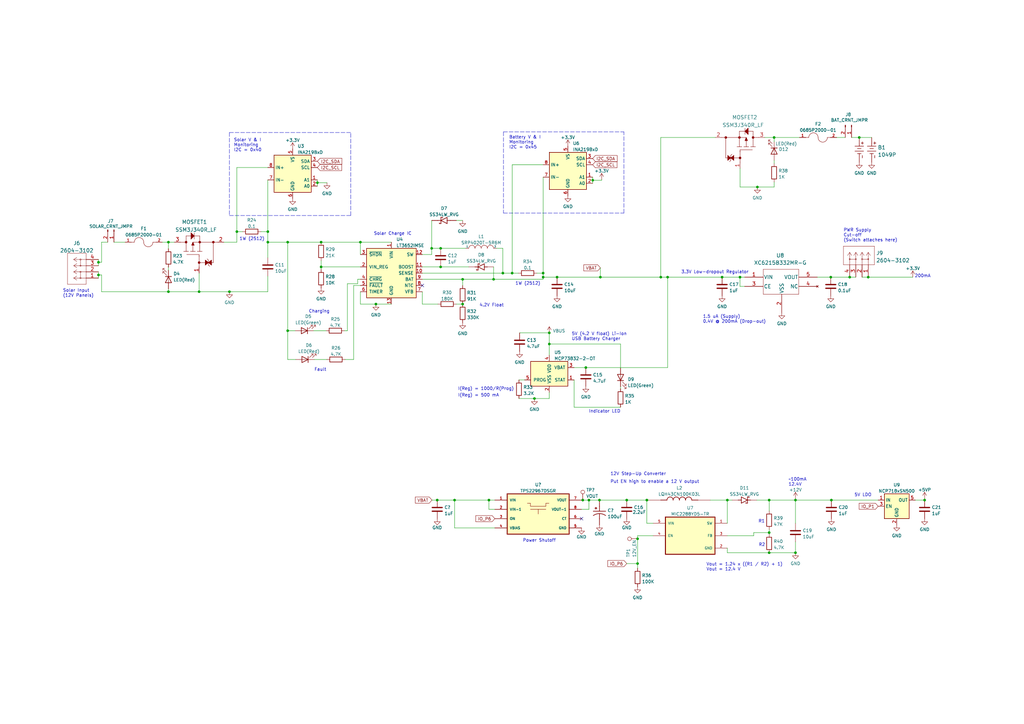
<source format=kicad_sch>
(kicad_sch (version 20211123) (generator eeschema)
  (paper "A3")
  (junction (at 352.425 56.388))
  (junction (at 261.493 231.14))
  (junction (at 315.468 226.695))
  (junction (at 273.812 113.665))
  (junction (at 326.263 226.695))
  (junction (at 303.5046 113.665))
  (junction (at 379.222 205.105))
  (junction (at 189.738 124.714))
  (junction (at 348.488 113.665))
  (junction (at 69.088 99.314))
  (junction (at 315.468 218.44))
  (junction (at 109.855 94.996))
  (junction (at 315.468 205.105))
  (junction (at 239.014 205.105))
  (junction (at 298.323 205.105))
  (junction (at 222.758 112.014))
  (junction (at 222.758 113.665))
  (junction (at 180.721 101.854))
  (junction (at 265.303 205.105))
  (junction (at 271.018 113.665))
  (junction (at 40.386 112.776))
  (junction (at 69.088 119.634))
  (junction (at 245.872 205.105))
  (junction (at 94.107 119.634))
  (junction (at 131.699 99.314))
  (junction (at 117.983 99.314))
  (junction (at 225.298 141.097))
  (junction (at 225.298 136.525))
  (junction (at 154.178 124.714))
  (junction (at 206.248 112.014))
  (junction (at 200.533 205.105))
  (junction (at 326.263 205.105))
  (junction (at 340.995 205.105))
  (junction (at 340.741 113.665))
  (junction (at 130.175 74.93))
  (junction (at 186.436 205.105))
  (junction (at 310.642 76.708))
  (junction (at 177.038 101.854))
  (junction (at 109.855 99.314))
  (junction (at 202.438 114.554))
  (junction (at 40.386 107.569))
  (junction (at 81.661 119.634))
  (junction (at 180.721 109.474))
  (junction (at 257.048 205.105))
  (junction (at 219.202 163.449))
  (junction (at 189.738 114.554))
  (junction (at 240.284 150.749))
  (junction (at 97.155 94.996))
  (junction (at 296.164 113.665))
  (junction (at 210.058 112.014))
  (junction (at 131.699 109.474))
  (junction (at 261.493 220.98))
  (junction (at 147.828 99.314))
  (junction (at 241.554 205.105))
  (junction (at 243.078 73.914))
  (junction (at 179.324 205.105))
  (junction (at 246.253 113.665))
  (junction (at 317.5 56.388))
  (junction (at 228.473 113.665))
  (junction (at 117.983 135.636))
  (junction (at 356.108 113.665))
  (no_connect (at 238.506 212.725))
  (no_connect (at 173.228 117.094))
  (wire (pts (xy 40.386 106.426) (xy 40.386 107.569)))
  (wire (pts (xy 315.468 205.105) (xy 315.468 209.55)))
  (wire (pts (xy 142.494 116.332) (xy 142.494 135.636)))
  (wire (pts (xy 309.118 219.71) (xy 309.118 218.44)))
  (wire (pts (xy 222.758 72.644) (xy 222.758 112.014)))
  (wire (pts (xy 173.228 119.634) (xy 173.228 124.714)))
  (wire (pts (xy 180.721 101.854) (xy 191.008 101.854)))
  (wire (pts (xy 303.5046 117.475) (xy 303.5046 113.665)))
  (wire (pts (xy 240.284 150.749) (xy 273.812 150.749)))
  (wire (pts (xy 109.855 99.314) (xy 117.983 99.314)))
  (wire (pts (xy 91.821 99.314) (xy 97.155 99.314)))
  (wire (pts (xy 117.983 99.314) (xy 117.983 135.636)))
  (wire (pts (xy 212.852 163.449) (xy 219.202 163.449)))
  (wire (pts (xy 202.946 208.915) (xy 200.533 208.915)))
  (wire (pts (xy 273.812 113.665) (xy 273.812 150.749)))
  (wire (pts (xy 41.656 119.634) (xy 69.088 119.634)))
  (wire (pts (xy 271.018 113.665) (xy 273.812 113.665)))
  (wire (pts (xy 202.438 109.474) (xy 202.438 114.554)))
  (wire (pts (xy 261.493 220.98) (xy 261.493 231.14)))
  (wire (pts (xy 225.298 141.097) (xy 254.508 141.097)))
  (wire (pts (xy 121.285 147.447) (xy 117.983 147.447)))
  (wire (pts (xy 265.938 205.105) (xy 265.303 205.105)))
  (wire (pts (xy 128.651 135.636) (xy 133.731 135.636)))
  (wire (pts (xy 202.438 114.554) (xy 222.758 114.554)))
  (wire (pts (xy 235.458 167.005) (xy 254.508 167.005)))
  (wire (pts (xy 310.642 76.708) (xy 317.5 76.708)))
  (wire (pts (xy 349.25 56.388) (xy 352.425 56.388)))
  (wire (pts (xy 265.303 214.63) (xy 265.303 205.105)))
  (wire (pts (xy 97.155 94.996) (xy 97.155 99.314)))
  (wire (pts (xy 315.468 218.44) (xy 315.468 219.075)))
  (wire (pts (xy 40.386 107.569) (xy 40.386 108.966)))
  (wire (pts (xy 107.061 94.996) (xy 109.855 94.996)))
  (wire (pts (xy 46.736 99.314) (xy 51.308 99.314)))
  (wire (pts (xy 109.855 119.634) (xy 109.855 113.284)))
  (wire (pts (xy 243.078 73.914) (xy 246.761 73.914)))
  (wire (pts (xy 187.198 90.424) (xy 189.738 90.424)))
  (wire (pts (xy 177.165 205.105) (xy 179.324 205.105)))
  (wire (pts (xy 141.351 135.636) (xy 142.494 135.636)))
  (wire (pts (xy 356.108 113.665) (xy 374.396 113.665)))
  (wire (pts (xy 187.198 124.714) (xy 189.738 124.714)))
  (wire (pts (xy 296.164 113.665) (xy 303.5046 113.665)))
  (wire (pts (xy 109.855 73.787) (xy 109.855 94.996)))
  (wire (pts (xy 222.758 113.665) (xy 228.473 113.665)))
  (wire (pts (xy 117.983 135.636) (xy 121.031 135.636)))
  (wire (pts (xy 267.843 219.71) (xy 261.493 219.71)))
  (wire (pts (xy 243.078 72.644) (xy 243.078 73.914)))
  (wire (pts (xy 117.983 99.314) (xy 131.699 99.314)))
  (wire (pts (xy 379.222 205.105) (xy 379.222 204.47)))
  (wire (pts (xy 241.554 208.915) (xy 241.554 205.105)))
  (wire (pts (xy 173.228 124.714) (xy 179.578 124.714)))
  (wire (pts (xy 40.386 112.776) (xy 40.386 114.046)))
  (wire (pts (xy 228.473 113.665) (xy 246.253 113.665)))
  (wire (pts (xy 317.5 67.056) (xy 317.5 65.786)))
  (polyline (pts (xy 206.502 54.102) (xy 255.905 54.102)))
  (wire (pts (xy 310.388 205.105) (xy 315.468 205.105)))
  (wire (pts (xy 177.038 90.424) (xy 177.038 101.854)))
  (wire (pts (xy 97.155 68.707) (xy 109.855 68.707)))
  (wire (pts (xy 261.493 219.71) (xy 261.493 220.98)))
  (wire (pts (xy 130.175 73.787) (xy 130.175 74.93)))
  (wire (pts (xy 41.656 99.314) (xy 44.196 99.314)))
  (wire (pts (xy 200.533 208.915) (xy 200.533 205.105)))
  (wire (pts (xy 69.088 118.491) (xy 69.088 119.634)))
  (wire (pts (xy 238.506 208.915) (xy 241.554 208.915)))
  (wire (pts (xy 69.088 99.314) (xy 69.088 101.981)))
  (wire (pts (xy 219.202 163.449) (xy 225.298 163.449)))
  (wire (pts (xy 186.436 216.535) (xy 186.436 205.105)))
  (wire (pts (xy 246.253 109.855) (xy 246.253 113.665)))
  (wire (pts (xy 213.106 136.525) (xy 225.298 136.525)))
  (wire (pts (xy 315.468 226.695) (xy 326.263 226.695)))
  (wire (pts (xy 352.425 56.388) (xy 357.505 56.388)))
  (polyline (pts (xy 94.107 88.392) (xy 143.891 88.392)))
  (polyline (pts (xy 143.891 88.392) (xy 143.891 54.356)))
  (wire (pts (xy 142.494 116.332) (xy 146.685 116.332)))
  (wire (pts (xy 180.721 109.474) (xy 192.278 109.474)))
  (wire (pts (xy 326.263 205.105) (xy 340.995 205.105)))
  (wire (pts (xy 212.852 155.829) (xy 215.138 155.829)))
  (wire (pts (xy 69.088 119.634) (xy 81.661 119.634)))
  (wire (pts (xy 315.468 217.17) (xy 315.468 218.44)))
  (wire (pts (xy 326.263 205.105) (xy 326.263 204.47)))
  (wire (pts (xy 220.218 112.014) (xy 222.758 112.014)))
  (wire (pts (xy 179.324 205.105) (xy 186.436 205.105)))
  (wire (pts (xy 313.69 56.388) (xy 317.5 56.388)))
  (wire (pts (xy 128.905 147.447) (xy 133.985 147.447)))
  (wire (pts (xy 303.53 76.708) (xy 310.642 76.708)))
  (wire (pts (xy 177.038 101.854) (xy 180.721 101.854)))
  (wire (pts (xy 97.155 68.707) (xy 97.155 94.996)))
  (wire (pts (xy 222.758 114.554) (xy 222.758 113.665)))
  (wire (pts (xy 298.323 205.105) (xy 300.228 205.105)))
  (wire (pts (xy 173.228 112.014) (xy 206.248 112.014)))
  (polyline (pts (xy 206.502 54.102) (xy 206.502 87.376)))
  (wire (pts (xy 203.708 101.854) (xy 206.248 101.854)))
  (wire (pts (xy 210.058 67.564) (xy 222.758 67.564)))
  (wire (pts (xy 303.53 69.088) (xy 303.53 76.708)))
  (wire (pts (xy 317.5 74.676) (xy 317.5 76.708)))
  (wire (pts (xy 235.458 150.749) (xy 240.284 150.749)))
  (wire (pts (xy 173.228 109.474) (xy 180.721 109.474)))
  (wire (pts (xy 326.263 226.695) (xy 326.263 222.25)))
  (wire (pts (xy 147.828 99.314) (xy 147.828 104.394)))
  (polyline (pts (xy 255.905 87.376) (xy 255.905 54.102)))
  (wire (pts (xy 222.758 113.665) (xy 222.758 112.014)))
  (wire (pts (xy 109.855 94.996) (xy 109.855 99.314)))
  (wire (pts (xy 298.323 226.695) (xy 315.468 226.695)))
  (wire (pts (xy 186.436 216.535) (xy 202.946 216.535)))
  (wire (pts (xy 291.338 205.105) (xy 298.323 205.105)))
  (wire (pts (xy 189.738 114.554) (xy 202.438 114.554)))
  (polyline (pts (xy 206.502 87.376) (xy 255.905 87.376)))
  (wire (pts (xy 326.263 205.105) (xy 326.263 214.63)))
  (wire (pts (xy 317.5 56.388) (xy 327.914 56.388)))
  (wire (pts (xy 146.685 114.554) (xy 147.828 114.554)))
  (wire (pts (xy 225.298 141.097) (xy 225.298 145.669)))
  (wire (pts (xy 177.038 104.394) (xy 177.038 101.854)))
  (wire (pts (xy 243.078 73.914) (xy 243.078 75.184)))
  (wire (pts (xy 147.828 124.714) (xy 154.178 124.714)))
  (wire (pts (xy 147.828 99.314) (xy 160.528 99.314)))
  (wire (pts (xy 241.554 205.105) (xy 245.872 205.105)))
  (wire (pts (xy 335.2546 113.665) (xy 340.741 113.665)))
  (wire (pts (xy 246.253 113.665) (xy 271.018 113.665)))
  (wire (pts (xy 69.088 99.314) (xy 71.501 99.314)))
  (wire (pts (xy 238.506 205.105) (xy 239.014 205.105)))
  (wire (pts (xy 305.4096 117.475) (xy 303.5046 117.475)))
  (wire (pts (xy 340.995 205.105) (xy 360.172 205.105)))
  (wire (pts (xy 235.458 155.829) (xy 235.458 167.005)))
  (wire (pts (xy 147.828 119.634) (xy 147.828 124.714)))
  (wire (pts (xy 41.656 119.634) (xy 41.656 112.776)))
  (wire (pts (xy 146.685 116.332) (xy 146.685 114.554)))
  (wire (pts (xy 271.018 56.388) (xy 271.018 113.665)))
  (wire (pts (xy 298.323 219.71) (xy 309.118 219.71)))
  (wire (pts (xy 273.812 113.665) (xy 296.164 113.665)))
  (wire (pts (xy 210.058 67.564) (xy 210.058 112.014)))
  (wire (pts (xy 348.488 113.665) (xy 351.028 113.665)))
  (wire (pts (xy 225.298 163.449) (xy 225.298 160.909)))
  (wire (pts (xy 353.568 113.665) (xy 356.108 113.665)))
  (wire (pts (xy 130.175 74.93) (xy 130.175 76.327)))
  (wire (pts (xy 267.843 214.63) (xy 265.303 214.63)))
  (wire (pts (xy 254.508 158.623) (xy 254.508 159.385)))
  (wire (pts (xy 41.656 112.776) (xy 40.386 112.776)))
  (wire (pts (xy 200.533 205.105) (xy 202.946 205.105)))
  (wire (pts (xy 131.699 109.474) (xy 131.699 110.49)))
  (wire (pts (xy 173.228 114.554) (xy 189.738 114.554)))
  (wire (pts (xy 66.548 99.314) (xy 69.088 99.314)))
  (wire (pts (xy 245.872 205.105) (xy 257.048 205.105)))
  (wire (pts (xy 257.048 231.14) (xy 261.493 231.14)))
  (wire (pts (xy 130.175 74.93) (xy 134.112 74.93)))
  (wire (pts (xy 239.014 205.105) (xy 241.554 205.105)))
  (wire (pts (xy 206.248 112.014) (xy 210.058 112.014)))
  (wire (pts (xy 69.088 109.601) (xy 69.088 110.871)))
  (wire (pts (xy 131.699 109.474) (xy 147.828 109.474)))
  (polyline (pts (xy 94.107 54.356) (xy 143.891 54.356)))
  (wire (pts (xy 186.436 205.105) (xy 200.533 205.105)))
  (wire (pts (xy 154.178 124.714) (xy 160.528 124.714)))
  (wire (pts (xy 225.298 136.525) (xy 225.298 141.097)))
  (wire (pts (xy 343.154 56.388) (xy 346.71 56.388)))
  (wire (pts (xy 254.508 151.003) (xy 254.508 141.097)))
  (wire (pts (xy 317.5 56.388) (xy 317.5 58.166)))
  (wire (pts (xy 298.323 224.79) (xy 298.323 226.695)))
  (wire (pts (xy 145.034 117.094) (xy 147.828 117.094)))
  (wire (pts (xy 41.656 107.569) (xy 41.656 99.314)))
  (wire (pts (xy 375.412 205.105) (xy 379.222 205.105)))
  (wire (pts (xy 40.386 107.569) (xy 41.656 107.569)))
  (wire (pts (xy 109.855 99.314) (xy 109.855 105.664)))
  (wire (pts (xy 40.386 111.506) (xy 40.386 112.776)))
  (wire (pts (xy 145.034 117.094) (xy 145.034 147.447)))
  (wire (pts (xy 141.605 147.447) (xy 145.034 147.447)))
  (wire (pts (xy 97.155 94.996) (xy 99.441 94.996)))
  (wire (pts (xy 265.303 205.105) (xy 257.048 205.105)))
  (wire (pts (xy 206.248 101.854) (xy 206.248 112.014)))
  (wire (pts (xy 81.661 112.014) (xy 81.661 119.634)))
  (wire (pts (xy 298.323 205.105) (xy 298.323 214.63)))
  (wire (pts (xy 81.661 119.634) (xy 94.107 119.634)))
  (wire (pts (xy 309.118 218.44) (xy 315.468 218.44)))
  (wire (pts (xy 173.228 104.394) (xy 177.038 104.394)))
  (wire (pts (xy 261.493 231.14) (xy 261.493 233.045)))
  (wire (pts (xy 315.468 205.105) (xy 326.263 205.105)))
  (polyline (pts (xy 94.107 54.356) (xy 94.107 88.392)))
  (wire (pts (xy 94.107 119.634) (xy 109.855 119.634)))
  (wire (pts (xy 271.018 56.388) (xy 293.37 56.388)))
  (wire (pts (xy 131.699 106.934) (xy 131.699 109.474)))
  (wire (pts (xy 340.741 113.665) (xy 348.488 113.665)))
  (wire (pts (xy 117.983 147.447) (xy 117.983 135.636)))
  (wire (pts (xy 131.699 99.314) (xy 147.828 99.314)))
  (wire (pts (xy 246.761 73.914) (xy 246.761 73.66)))
  (wire (pts (xy 189.738 114.554) (xy 189.738 117.094)))
  (wire (pts (xy 210.058 112.014) (xy 212.598 112.014)))
  (wire (pts (xy 303.5046 113.665) (xy 305.4096 113.665)))
  (text "I(Reg) = 1000/R(Prog)" (at 210.82 160.274 180) (effects (font (size 1.27 1.27)) (justify right bottom)))
  (text "5V (4.2 V float) Li-Ion \nUSB Battery Charger" (at 234.442 139.827 0) (effects (font (size 1.27 1.27)) (justify left bottom)))
  (text "200mA" (at 375.1326 114.0206 0) (effects (font (size 1.27 1.27)) (justify left bottom)))
  (text "Solar Charge IC" (at 153.289 96.647 0) (effects (font (size 1.27 1.27)) (justify left bottom)))
  (text "1W (2512)" (at 211.328 117.094 0) (effects (font (size 1.27 1.27)) (justify left bottom)))
  (text "Charging" (at 126.619 128.524 0) (effects (font (size 1.27 1.27)) (justify left bottom)))
  (text "3.3V Low-dropout Regulator" (at 279.3746 112.395 0) (effects (font (size 1.27 1.27)) (justify left bottom)))
  (text "Indicator LED" (at 254.508 169.545 180) (effects (font (size 1.27 1.27)) (justify right bottom)))
  (text "1.5 uA (Supply)\n0.4V @ 200mA (Drop-out)" (at 288.2646 132.715 0) (effects (font (size 1.27 1.27)) (justify left bottom)))
  (text "Power Shutoff" (at 214.376 222.504 0) (effects (font (size 1.27 1.27)) (justify left bottom)))
  (text "Battery V & I\nMonitoring\nI2C = 0x45" (at 208.788 61.214 0) (effects (font (size 1.27 1.27)) (justify left bottom)))
  (text "12V Step-Up Converter" (at 250.317 195.199 0) (effects (font (size 1.27 1.27)) (justify left bottom)))
  (text "Solar Input\n(12V Panels)" (at 25.781 122.047 0) (effects (font (size 1.27 1.27)) (justify left bottom)))
  (text "5V LDO" (at 350.393 203.835 0) (effects (font (size 1.27 1.27)) (justify left bottom)))
  (text "R2" (at 311.15 224.282 0) (effects (font (size 1.27 1.27)) (justify left bottom)))
  (text "R1" (at 311.023 214.63 0) (effects (font (size 1.27 1.27)) (justify left bottom)))
  (text "I(Reg) = 500 mA" (at 204.724 162.941 180) (effects (font (size 1.27 1.27)) (justify right bottom)))
  (text "Put EN high to enable a 12 V output" (at 250.317 198.374 0) (effects (font (size 1.27 1.27)) (justify left bottom)))
  (text "Vout = 1.24 x ((R1 / R2) + 1)\nVout = 12.4 V" (at 289.687 234.315 0) (effects (font (size 1.27 1.27)) (justify left bottom)))
  (text "~100mA\n12.4V" (at 323.342 199.517 0) (effects (font (size 1.27 1.27)) (justify left bottom)))
  (text "Solar V & I\nMonitoring\nI2C = 0x40" (at 95.885 62.357 0) (effects (font (size 1.27 1.27)) (justify left bottom)))
  (text "4.2V Float" (at 196.596 125.984 0) (effects (font (size 1.27 1.27)) (justify left bottom)))
  (text "Fault" (at 128.905 152.4 0) (effects (font (size 1.27 1.27)) (justify left bottom)))
  (text "PWR Supply\nCut-off\n(Switch attaches here)" (at 345.948 99.314 0) (effects (font (size 1.27 1.27)) (justify left bottom)))
  (text "1W (2512)" (at 98.171 98.806 0) (effects (font (size 1.27 1.27)) (justify left bottom)))
  (global_label "I2C_SCL" (shape input) (at 243.078 67.564 0) (property "Intersheet References" "${INTERSHEET_REFS}" (effects hide)))
  (global_label "IO_P6" (shape input) (at 257.048 231.14 180) (property "Intersheet References" "${INTERSHEET_REFS}" (effects hide)))
  (global_label "I2C_SDA" (shape input) (at 130.175 66.167 0) (property "Intersheet References" "${INTERSHEET_REFS}" (effects hide)))
  (global_label "I2C_SDA" (shape input) (at 243.078 65.024 0) (property "Intersheet References" "${INTERSHEET_REFS}" (effects hide)))
  (global_label "IO_P1" (shape input) (at 360.172 207.645 180) (property "Intersheet References" "${INTERSHEET_REFS}" (effects hide)))
  (global_label "VBAT" (shape input) (at 246.253 109.855 180) (property "Intersheet References" "${INTERSHEET_REFS}" (effects hide)))
  (global_label "I2C_SCL" (shape input) (at 130.175 68.707 0) (property "Intersheet References" "${INTERSHEET_REFS}" (effects hide)))
  (global_label "VBAT" (shape input) (at 177.165 205.105 180) (property "Intersheet References" "${INTERSHEET_REFS}" (effects hide)))
  (global_label "IO_P6" (shape input) (at 202.946 212.725 180) (property "Intersheet References" "${INTERSHEET_REFS}" (effects hide)))
  (symbol (lib_id "Device:C") (at 109.855 109.474 0) (unit 1)
    (property "Reference" "C11" (at 112.776 108.6393 0) (effects (justify left)))
    (property "Value" "10uF" (at 112.776 111.1762 0) (effects (justify left)))
    (property "Footprint" "Capacitor_SMD:C_0805_2012Metric" (effects hide))
    (property "Datasheet" "https://www.digikey.com.au/en/products/detail/tdk-corporation/C2012X5R1V106K125AC/3951654" (effects hide))
    (property "Part" "C2012X5R1V106K125AC" (effects hide))
  )
  (symbol (lib_id "power:GND") (at 189.738 132.334 0) (unit 1)
    (property "Reference" "#PWR051" (effects hide))
    (property "Value" "GND" (at 189.738 136.7774 0))
  )
  (symbol (lib_id "power:GND") (at 340.741 121.285 0) (unit 1)
    (property "Reference" "#PWR065" (effects hide))
    (property "Value" "GND" (at 340.741 125.7284 0))
  )
  (symbol (lib_id "SS34LW_RVG:SS34LW_RVG") (at 197.358 109.474 180) (unit 1)
    (property "Reference" "D8" (at 197.358 104.5042 0))
    (property "Value" "SS34LW_RVG" (at 197.358 107.0411 0))
    (property "Footprint" "SS34LW_RVG:SODFL3718X102N" (effects hide))
    (property "Datasheet" "https://www.digikey.com.au/en/products/detail/taiwan-semiconductor-corporation/SS34LW/7359612" (effects hide))
    (property "MANUFACTURER" "Taiwan Semiconductor" (effects hide))
    (property "MAXIMUM_PACKAGE_HEIGHT" "1.02 mm" (effects hide))
    (property "STANDARD" "IPC-7351B" (effects hide))
    (property "PARTREV" "C2103" (effects hide))
    (property "Part" "SS34LW_RVG" (effects hide))
  )
  (symbol (lib_id "power:GND") (at 179.324 212.725 0) (unit 1)
    (property "Reference" "#PWR?" (effects hide))
    (property "Value" "GND" (at 181.356 216.408 0) (effects (justify right)))
  )
  (symbol (lib_id "power:GND") (at 257.048 212.725 0) (unit 1)
    (property "Reference" "#PWR060" (effects hide))
    (property "Value" "GND" (at 257.048 216.408 0))
  )
  (symbol (lib_id "power:+12V") (at 326.263 204.47 0) (unit 1)
    (property "Reference" "#PWR068" (effects hide))
    (property "Value" "+12V" (at 326.263 200.8942 0))
  )
  (symbol (lib_id "power:GND") (at 296.164 121.285 0) (unit 1)
    (property "Reference" "#PWR062" (effects hide))
    (property "Value" "GND" (at 296.164 125.7284 0))
  )
  (symbol (lib_id "Battery_Management:LT3652IMSE") (at 160.528 112.014 0) (unit 1)
    (property "Reference" "U4" (at 162.5474 98.1542 0) (effects (justify left)))
    (property "Value" "LT3652IMSE" (at 162.5474 100.6911 0) (effects (justify left)))
    (property "Footprint" "Package_SO:MSOP-12-1EP_3x4mm_P0.65mm_EP1.65x2.85mm" (effects hide))
    (property "Datasheet" "https://www.analog.com/media/en/technical-documentation/data-sheets/3652fe.pdf" (effects hide))
    (property "Part" "LT3652IMSE" (effects hide))
  )
  (symbol (lib_id "power:GND") (at 228.473 121.285 0) (unit 1)
    (property "Reference" "#PWR055" (effects hide))
    (property "Value" "GND" (at 228.473 125.7284 0))
  )
  (symbol (lib_id "SSM3J340R-LF:SSM3J340R_LF") (at 74.041 109.474 90) (unit 1)
    (property "Reference" "MOSFET1" (at 79.756 91.059 90) (effects (font (size 1.524 1.524))))
    (property "Value" "SSM3J340R_LF" (at 80.391 94.234 90) (effects (font (size 1.524 1.524))))
    (property "Footprint" "SSM3J340R_LF:SSM3J340R_LF" (effects hide))
    (property "Datasheet" "https://www.digikey.com.au/en/products/detail/toshiba-semiconductor-and-storage/SSM3J340R-LF/10259884?s=N4IgTCBcDaIMpwLIGYBSyAsAGASgfQBkAxEAXQF8g" (effects hide))
    (property "Part" "SSM3J340R,LF" (effects hide))
  )
  (symbol (lib_id "0685P2000-01:0685P2000-01") (at 335.534 56.388 0) (unit 1)
    (property "Reference" "F2" (at 335.534 50.834 0))
    (property "Value" "0685P2000-01" (at 335.534 53.3709 0))
    (property "Footprint" "0685P2000-01:0685P2000-01" (effects hide))
    (property "Datasheet" "https://www.digikey.com.au/en/products/detail/bel-fuse-inc/0685P2000-01/12140901?s=N4IgTCBcDaIAwDYAcBWACmOWC0cCMIAugL5A" (effects hide))
    (property "MAXIMUM_PACKAGE_HEIGHT" "0.83mm" (effects hide))
    (property "PARTREV" "Jan2019" (effects hide))
    (property "STANDARD" "IPC-7351B" (effects hide))
    (property "MANUFACTURER" "BELFUSE" (effects hide))
    (property "Part" "0685P2000-01" (effects hide))
  )
  (symbol (lib_id "Device:R") (at 131.699 103.124 0) (unit 1)
    (property "Reference" "R29" (at 133.477 102.2893 0) (effects (justify left)))
    (property "Value" "21K" (at 133.477 104.8262 0) (effects (justify left)))
    (property "Footprint" "Resistor_SMD:R_0805_2012Metric" (effects hide))
    (property "Datasheet" "https://www.digikey.com.au/en/products/detail/vishay-dale/CRCW080521K0FKEA/1175785" (effects hide))
    (property "Part" "CRCW080521K0FKEA" (effects hide))
  )
  (symbol (lib_id "power:GND") (at 131.699 118.11 0) (unit 1)
    (property "Reference" "#PWR048" (effects hide))
    (property "Value" "GND" (at 131.699 122.5534 0))
  )
  (symbol (lib_id "T520B107M006ATE015:T520B107M006ATE015") (at 245.872 210.185 270) (unit 1)
    (property "Reference" "C?" (at 249.174 209.3503 90) (effects (justify left)))
    (property "Value" "100uF" (at 249.174 211.8872 90) (effects (justify left)))
    (property "Footprint" "T520B107M006ATE015:CAPPM3528X210N" (effects hide))
    (property "Datasheet" "https://www.digikey.com.au/en/products/detail/kemet/T520B107M006ATE015/1842096?s=N4IgTCBcDaICoFYwAYBCBGZB2Ass5AbAIJwCiy6CIAugL5A" (effects hide))
    (property "STANDARD" "IPC-7351B" (effects hide))
    (property "MANUFACTURER" "KEMET" (effects hide))
    (property "Part" "T520B107M006ATE015" (effects hide))
  )
  (symbol (lib_id "Device:R") (at 69.088 105.791 0) (unit 1)
    (property "Reference" "R23" (at 70.866 104.9563 0) (effects (justify left)))
    (property "Value" "4.7K" (at 70.866 107.4932 0) (effects (justify left)))
    (property "Footprint" "Resistor_SMD:R_0805_2012Metric" (effects hide))
    (property "Datasheet" "https://www.digikey.com.au/en/products/detail/te-connectivity-passive-product/CRG0805F4K7/2135488" (effects hide))
    (property "Part" "CRG0805F4K7" (effects hide))
  )
  (symbol (lib_id "power:+3.3V") (at 246.761 73.66 0) (unit 1)
    (property "Reference" "#PWR059" (effects hide))
    (property "Value" "+3.3V" (at 246.761 70.0842 0))
  )
  (symbol (lib_id "Device:R") (at 212.852 159.639 180) (unit 1)
    (property "Reference" "R33" (at 214.63 158.8043 0) (effects (justify right)))
    (property "Value" "3.2K" (at 214.63 161.3412 0) (effects (justify right)))
    (property "Footprint" "Resistor_SMD:R_0805_2012Metric" (effects hide))
    (property "Datasheet" "https://www.digikey.com.au/en/products/detail/vishay-dale/TNPW08053K20BEEA/4972596" (effects hide))
    (property "Part" "TNPW08053K20BEEA" (effects hide))
  )
  (symbol (lib_id "power:GND") (at 213.106 144.145 0) (unit 1)
    (property "Reference" "#PWR052" (effects hide))
    (property "Value" "GND" (at 213.106 148.5884 0))
  )
  (symbol (lib_id "Device:C") (at 379.222 208.915 180) (unit 1)
    (property "Reference" "C21" (at 382.143 208.0803 0) (effects (justify right)))
    (property "Value" "1uF" (at 382.143 210.6172 0) (effects (justify right)))
    (property "Footprint" "Capacitor_SMD:C_0805_2012Metric" (effects hide))
    (property "Datasheet" "https://www.digikey.com.au/en/products/detail/kemet/C0805C105K3RAC7800/2211765" (effects hide))
    (property "Part" "C0805C105K3RAC7800" (effects hide))
  )
  (symbol (lib_id "2604-3102:2604-3102") (at 30.226 108.966 180) (unit 1)
    (property "Reference" "J6" (at 31.496 99.7384 0) (effects (font (size 1.524 1.524))))
    (property "Value" "2604-3102" (at 31.496 102.7318 0) (effects (font (size 1.524 1.524))))
    (property "Footprint" "2604-3102:2604-3102" (effects hide))
    (property "Datasheet" "https://www.digikey.com.au/en/products/detail/wago-corporation/2604-3102/15528152?s=N4IgTCBcDa4GwAYAsBaAzARgRAugXyA" (effects hide))
    (property "Part" "2604-3102" (effects hide))
  )
  (symbol (lib_id "XC6215B332MR-G:XC6215B332MR-G") (at 313.0296 110.49 0) (unit 1)
    (property "Reference" "U8" (at 320.0146 104.775 0) (effects (font (size 1.524 1.524))))
    (property "Value" "XC6215B332MR-G" (at 320.0146 107.7684 0) (effects (font (size 1.524 1.524))))
    (property "Footprint" "XC6215B332:XC6215B332MR-G" (effects hide))
    (property "Datasheet" "https://www.digikey.com.au/en/products/detail/torex-semiconductor-ltd/XC6215B332MR-G/2138122" (effects hide))
    (property "Part" "XC6215B332MR-G" (effects hide))
  )
  (symbol (lib_id "power:GND") (at 240.284 158.369 0) (unit 1)
    (property "Reference" "#PWR058" (effects hide))
    (property "Value" "GND" (at 240.284 162.8124 0))
  )
  (symbol (lib_id "power:+3.3V") (at 232.918 59.944 0) (unit 1)
    (property "Reference" "#PWR056" (effects hide))
    (property "Value" "+3.3V" (at 232.918 56.3682 0))
  )
  (symbol (lib_id "Device:R") (at 131.699 114.3 0) (unit 1)
    (property "Reference" "R28" (at 133.477 113.4653 0) (effects (justify left)))
    (property "Value" "10K" (at 133.477 116.0022 0) (effects (justify left)))
    (property "Footprint" "Resistor_SMD:R_0805_2012Metric" (effects hide))
    (property "Datasheet" "https://www.digikey.com.au/en/products/detail/yageo/RC0805FR-0710KP/4935334" (effects hide))
    (property "Part" "RC0805FR-0710KP" (effects hide))
  )
  (symbol (lib_id "Device:R") (at 103.251 94.996 90) (unit 1)
    (property "Reference" "R24" (at 103.251 90.2802 90))
    (property "Value" "0.1" (at 103.251 92.8171 90))
    (property "Footprint" "Resistor_SMD:R_2512_6332Metric" (effects hide))
    (property "Datasheet" "https://www.digikey.com.au/en/products/detail/bourns-inc/CRL2512-FW-R100ELF/3786041" (effects hide))
    (property "Part" "CRL2512-FW-R100ELF" (effects hide))
  )
  (symbol (lib_id "Device:C") (at 340.741 117.475 0) (unit 1)
    (property "Reference" "C18" (at 343.662 116.6403 0) (effects (justify left)))
    (property "Value" "0.1uF" (at 343.662 119.1772 0) (effects (justify left)))
    (property "Footprint" "Capacitor_SMD:C_0805_2012Metric" (effects hide))
    (property "Datasheet" "https://www.digikey.com.au/en/products/detail/yageo/AC0805KRX7R7BB104/6643148" (effects hide))
    (property "Part" "AC0805KRX7R7BB104" (effects hide))
  )
  (symbol (lib_id "Connector:Conn_01x02_Male") (at 349.25 51.308 270) (unit 1)
    (property "Reference" "J8" (at 346.71 46.99 90) (effects (justify left)))
    (property "Value" "BAT_CRNT_JMPR" (at 340.741 49.276 90) (effects (justify left)))
    (property "Footprint" "Connector_PinHeader_2.54mm:PinHeader_1x02_P2.54mm_Vertical" (effects hide))
  )
  (symbol (lib_id "power:GND") (at 134.112 74.93 0) (unit 1)
    (property "Reference" "#PWR047" (effects hide))
    (property "Value" "GND" (at 134.112 79.3734 0))
  )
  (symbol (lib_id "power:GND") (at 352.425 66.548 0) (unit 1)
    (property "Reference" "#PWR0115" (effects hide))
    (property "Value" "GND" (at 352.425 70.9914 0))
  )
  (symbol (lib_id "Device:C") (at 257.048 208.915 0) (unit 1)
    (property "Reference" "C16" (at 259.969 208.0803 0) (effects (justify left)))
    (property "Value" "2.2uF" (at 259.461 210.058 0) (effects (justify left)))
    (property "Footprint" "Capacitor_SMD:C_0805_2012Metric" (effects hide))
    (property "Datasheet" "https://www.digikey.com.au/en/products/detail/kemet/C0805C225M3RAC7800/5267532" (effects hide))
    (property "Part" "C0805C225M3RAC7800" (effects hide))
  )
  (symbol (lib_id "Analog_ADC:INA219BxD") (at 232.918 70.104 0) (unit 1)
    (property "Reference" "U6" (at 234.9374 58.7842 0) (effects (justify left)))
    (property "Value" "INA219BxD" (at 234.9374 61.3211 0) (effects (justify left)))
    (property "Footprint" "Package_SO:SOIC-8_3.9x4.9mm_P1.27mm" (effects hide))
    (property "Datasheet" "http://www.ti.com/lit/ds/symlink/ina219.pdf" (effects hide))
    (property "Part" "INA219BIDR" (effects hide))
  )
  (symbol (lib_id "Battery_Management:MCP73832-2-OT") (at 225.298 153.289 0) (unit 1)
    (property "Reference" "U5" (at 227.3174 144.5092 0) (effects (justify left)))
    (property "Value" "MCP73832-2-OT" (at 227.3174 147.0461 0) (effects (justify left)))
    (property "Footprint" "Package_TO_SOT_SMD:SOT-23-5" (effects hide))
    (property "Datasheet" "http://ww1.microchip.com/downloads/en/DeviceDoc/20001984g.pdf" (effects hide))
    (property "Part" "MCP73832-2ATI/MC" (effects hide))
  )
  (symbol (lib_id "Regulator_Linear:NCP718xSN500") (at 367.792 207.645 0) (unit 1)
    (property "Reference" "U9" (at 367.792 198.8652 0))
    (property "Value" "NCP718xSN500" (at 367.792 201.4021 0))
    (property "Footprint" "Package_TO_SOT_SMD:SOT-23-5" (effects hide))
    (property "Datasheet" "https://www.digikey.com.au/en/products/detail/onsemi/NCP718ASN500T1G/9169770?s=N4IgTCBcDaIHIGEAKB2AjADgIIGU4FYAGQgFRAF0BfIA" (effects hide))
    (property "Part" "NCP718ASN500T1G" (effects hide))
  )
  (symbol (lib_id "power:GND") (at 379.222 212.725 0) (unit 1)
    (property "Reference" "#PWR073" (effects hide))
    (property "Value" "GND" (at 379.222 217.1684 0))
  )
  (symbol (lib_id "SS34LW_RVG:SS34LW_RVG") (at 305.308 205.105 0) (unit 1)
    (property "Reference" "D11" (at 305.308 200.1352 0))
    (property "Value" "SS34LW_RVG" (at 305.308 202.6721 0))
    (property "Footprint" "SS34LW_RVG:SODFL3718X102N" (effects hide))
    (property "Datasheet" "https://www.digikey.com.au/en/products/detail/taiwan-semiconductor-corporation/SS34LW/7359612" (effects hide))
    (property "MANUFACTURER" "Taiwan Semiconductor" (effects hide))
    (property "MAXIMUM_PACKAGE_HEIGHT" "1.02 mm" (effects hide))
    (property "STANDARD" "IPC-7351B" (effects hide))
    (property "PARTREV" "C2103" (effects hide))
    (property "Part" "SS34LW_RVG" (effects hide))
  )
  (symbol (lib_id "Device:R") (at 189.738 120.904 180) (unit 1)
    (property "Reference" "R31" (at 191.516 120.0693 0) (effects (justify right)))
    (property "Value" "91K" (at 191.516 122.6062 0) (effects (justify right)))
    (property "Footprint" "Resistor_SMD:R_0805_2012Metric" (effects hide))
    (property "Datasheet" "https://www.digikey.com.au/en/products/detail/vishay-dale/CRCW080591K0FKEA/1175861" (effects hide))
    (property "Part" "CRCW080591K0FKEA" (effects hide))
  )
  (symbol (lib_id "pspice:INDUCTOR") (at 197.358 101.854 0) (unit 1)
    (property "Reference" "L1" (at 197.358 97.0112 0))
    (property "Value" "SRP4020T-5R6M" (at 197.358 99.5481 0))
    (property "Footprint" "SRP4020TA-5R6M:IND_SRP4020TA-5R6M" (effects hide))
    (property "Datasheet" "https://www.bourns.com/docs/Product-Datasheets/SRP4020TA.pdf" (effects hide))
    (property "Part" "SRP4020TA-5R6M" (effects hide))
  )
  (symbol (lib_id "power:GND") (at 120.015 81.407 0) (unit 1)
    (property "Reference" "#PWR046" (effects hide))
    (property "Value" "GND" (at 120.015 85.8504 0))
  )
  (symbol (lib_id "Device:R") (at 315.468 222.885 180) (unit 1)
    (property "Reference" "R40" (at 317.246 222.0503 0) (effects (justify right)))
    (property "Value" "4.7K" (at 317.246 224.5872 0) (effects (justify right)))
    (property "Footprint" "Resistor_SMD:R_0805_2012Metric" (effects hide))
    (property "Datasheet" "https://www.digikey.com.au/en/products/detail/te-connectivity-passive-product/CRG0805F4K7/2135488" (effects hide))
    (property "Part" "CRG0805F4K7" (effects hide))
  )
  (symbol (lib_id "Device:C") (at 228.473 117.475 0) (unit 1)
    (property "Reference" "C14" (at 231.394 116.6403 0) (effects (justify left)))
    (property "Value" "10uF" (at 231.394 119.1772 0) (effects (justify left)))
    (property "Footprint" "Capacitor_SMD:C_0805_2012Metric" (effects hide))
    (property "Datasheet" "https://www.digikey.com.au/en/products/detail/tdk-corporation/C2012X5R1V106K125AC/3951654" (effects hide))
    (property "Part" "C2012X5R1V106K125AC" (effects hide))
  )
  (symbol (lib_id "Device:R") (at 254.508 163.195 180) (unit 1)
    (property "Reference" "R35" (at 256.286 162.3603 0) (effects (justify right)))
    (property "Value" "1K" (at 256.286 164.8972 0) (effects (justify right)))
    (property "Footprint" "Resistor_SMD:R_0805_2012Metric" (effects hide))
    (property "Datasheet" "https://www.digikey.com.au/en/products/detail/bourns-inc/CR0805-FX-1001ELF/3593162" (effects hide))
    (property "Part" "CR0805-FX-1001ELF" (effects hide))
  )
  (symbol (lib_id "Device:R") (at 189.738 128.524 180) (unit 1)
    (property "Reference" "R32" (at 191.516 127.6893 0) (effects (justify right)))
    (property "Value" "330K" (at 191.516 130.2262 0) (effects (justify right)))
    (property "Footprint" "Resistor_SMD:R_0805_2012Metric" (effects hide))
    (property "Datasheet" "https://www.digikey.com.au/en/products/detail/panasonic-electronic-components/ERJ-6ENF3303V/1746491" (effects hide))
    (property "Part" "ERJ-6ENF3303V" (effects hide))
  )
  (symbol (lib_id "2604-3102:2604-3102") (at 351.028 103.505 270) (mirror x) (unit 1)
    (property "Reference" "J9" (at 359.3465 103.7988 90) (effects (font (size 1.524 1.524)) (justify left)))
    (property "Value" "2604-3102" (at 359.3465 106.7922 90) (effects (font (size 1.524 1.524)) (justify left)))
    (property "Footprint" "2604-3102:2604-3102" (effects hide))
    (property "Datasheet" "https://www.digikey.com.au/en/products/detail/wago-corporation/2604-3102/15528152?s=N4IgTCBcDa4GwAYAsBaAzARgRAugXyA" (effects hide))
    (property "Part" "2604-3102" (effects hide))
  )
  (symbol (lib_id "Device:R") (at 315.468 213.36 180) (unit 1)
    (property "Reference" "R39" (at 317.246 212.5253 0) (effects (justify right)))
    (property "Value" "47K" (at 317.246 215.0622 0) (effects (justify right)))
    (property "Footprint" "Resistor_SMD:R_0805_2012Metric" (effects hide))
    (property "Datasheet" "https://www.digikey.com.au/en/products/detail/vishay-dale/CRCW080547K0FKTA/1223026" (effects hide))
    (property "Part" "CRCW080547K0FKTA" (effects hide))
  )
  (symbol (lib_id "power:GND") (at 320.6496 128.27 0) (unit 1)
    (property "Reference" "#PWR063" (effects hide))
    (property "Value" "GND" (at 320.6496 132.7134 0))
  )
  (symbol (lib_id "power:GND") (at 219.202 163.449 0) (unit 1)
    (property "Reference" "#PWR053" (effects hide))
    (property "Value" "GND" (at 219.202 167.8924 0))
  )
  (symbol (lib_id "Device:R") (at 137.541 135.636 90) (unit 1)
    (property "Reference" "R25" (at 137.541 130.9202 90))
    (property "Value" "4.7K" (at 137.541 133.4571 90))
    (property "Footprint" "Resistor_SMD:R_0805_2012Metric" (effects hide))
    (property "Datasheet" "https://www.digikey.com.au/en/products/detail/te-connectivity-passive-product/CRG0805F4K7/2135488" (effects hide))
    (property "Part" "CRG0805F4K7" (effects hide))
  )
  (symbol (lib_id "Device:R") (at 183.388 124.714 270) (unit 1)
    (property "Reference" "R30" (at 183.388 119.9982 90))
    (property "Value" "180K" (at 183.388 122.5351 90))
    (property "Footprint" "Resistor_SMD:R_0805_2012Metric" (effects hide))
    (property "Datasheet" "https://www.digikey.com.au/en/products/detail/yageo/RT0805FRE07180KL/1035150" (effects hide))
    (property "Part" "RT0805FRE07180KL" (effects hide))
  )
  (symbol (lib_id "Device:C") (at 340.995 208.915 180) (unit 1)
    (property "Reference" "C20" (at 343.916 208.0803 0) (effects (justify right)))
    (property "Value" "1uF" (at 343.916 210.6172 0) (effects (justify right)))
    (property "Footprint" "Capacitor_SMD:C_0805_2012Metric" (effects hide))
    (property "Datasheet" "https://www.digikey.com.au/en/products/detail/kemet/C0805C105K3RAC7800/2211765" (effects hide))
    (property "Part" "C0805C105K3RAC7800" (effects hide))
  )
  (symbol (lib_id "power:GND") (at 340.995 212.725 0) (unit 1)
    (property "Reference" "#PWR070" (effects hide))
    (property "Value" "GND" (at 340.995 217.1684 0))
  )
  (symbol (lib_id "Device:LED") (at 254.508 154.813 90) (unit 1)
    (property "Reference" "D9" (at 257.429 155.5658 90) (effects (justify right)))
    (property "Value" "LED(Green)" (at 257.429 158.1027 90) (effects (justify right)))
    (property "Footprint" "LED_SMD:LED_0805_2012Metric" (effects hide))
    (property "Datasheet" "https://www.digikey.com.au/en/products/detail/osram-opto-ams-osram/LG-R971-KN-1/1227925" (effects hide))
    (property "Part" "LG R971-KN-1" (effects hide))
  )
  (symbol (lib_id "power:+5VP") (at 379.222 204.47 0) (unit 1)
    (property "Reference" "#PWR072" (effects hide))
    (property "Value" "+5VP" (at 379.222 200.8942 0))
  )
  (symbol (lib_id "Device:LED") (at 125.095 147.447 180) (unit 1)
    (property "Reference" "D6" (at 126.6825 141.5882 0))
    (property "Value" "LED(Red)" (at 126.6825 144.1251 0))
    (property "Footprint" "LED_SMD:LED_0805_2012Metric" (effects hide))
    (property "Datasheet" "https://www.digikey.com.au/en/products/detail/osram-opto-ams-osram/LS-R976-NR-1/1227987" (effects hide))
    (property "Part" "LS R976-NR-1" (effects hide))
  )
  (symbol (lib_id "MIC2288YD5-TR:MIC2288YD5-TR") (at 283.083 219.71 0) (unit 1)
    (property "Reference" "U7" (at 283.083 208.314 0))
    (property "Value" "MIC2288YD5-TR" (at 283.083 210.8509 0))
    (property "Footprint" "MIC2288YD5-TR:SOT95P280X100-5N" (effects hide))
    (property "Datasheet" "https://www.digikey.com.au/en/products/detail/microchip-technology/MIC2288YD5-TR/1028498?s=N4IgTCBcDaILIEkDCYwA40E0AiBWAtACoBKIAugL5A" (effects hide))
    (property "Part" "MIC2288YD5-TR" (effects hide))
  )
  (symbol (lib_id "Connector:Conn_01x02_Male") (at 46.736 94.234 270) (unit 1)
    (property "Reference" "J7" (at 44.196 90.678 90) (effects (justify left)))
    (property "Value" "SOLAR_CRNT_JMPR" (at 36.576 92.837 90) (effects (justify left)))
    (property "Footprint" "Connector_PinHeader_2.54mm:PinHeader_1x02_P2.54mm_Vertical" (effects hide))
  )
  (symbol (lib_id "Device:C") (at 180.721 105.664 180) (unit 1)
    (property "Reference" "C12" (at 183.642 104.8293 0) (effects (justify right)))
    (property "Value" "1uF" (at 183.642 107.3662 0) (effects (justify right)))
    (property "Footprint" "Capacitor_SMD:C_0805_2012Metric" (effects hide))
    (property "Datasheet" "https://www.digikey.com.au/en/products/detail/kemet/C0805C105K3RAC7800/2211765" (effects hide))
    (property "Part" "C0805C105K3RAC7800" (effects hide))
  )
  (symbol (lib_id "LQH43CN100K03L:LQH43CN100K03L") (at 278.638 205.105 0) (unit 1)
    (property "Reference" "L2" (at 278.638 200.1352 0))
    (property "Value" "LQH43CN100K03L" (at 278.638 202.6721 0))
    (property "Footprint" "LQH43CN100K03L:IND_LQH43CN100K03L" (effects hide))
    (property "Datasheet" "https://www.digikey.com.au/en/products/detail/murata-electronics/LQH43CN100K03L/599911?s=N4IgTCBcDaIDIEUASAWAzAYQHIEYAMeA0nmnCALoC%2BQA" (effects hide))
    (property "STANDARD" "Manufacturer Recommendations" (effects hide))
    (property "MAXIMUM_PACKAGE_HEIGHT" "2.8mm" (effects hide))
    (property "PARTREV" "N/A" (effects hide))
    (property "MANUFACTURER" "Murata" (effects hide))
    (property "Part" "LQH43CN100K03L" (effects hide))
  )
  (symbol (lib_id "power:GND") (at 94.107 119.634 0) (unit 1)
    (property "Reference" "#PWR044" (effects hide))
    (property "Value" "GND" (at 94.107 124.0774 0))
  )
  (symbol (lib_id "power:GND") (at 245.872 215.265 0) (unit 1)
    (property "Reference" "#PWR?" (effects hide))
    (property "Value" "GND" (at 247.904 218.948 0) (effects (justify right)))
  )
  (symbol (lib_id "Device:LED") (at 124.841 135.636 180) (unit 1)
    (property "Reference" "D5" (at 126.4285 129.7772 0))
    (property "Value" "LED(Green)" (at 126.4285 132.3141 0))
    (property "Footprint" "LED_SMD:LED_0805_2012Metric" (effects hide))
    (property "Datasheet" "https://www.digikey.com.au/en/products/detail/osram-opto-ams-osram/LG-R971-KN-1/1227925" (effects hide))
    (property "Part" "LG R971-KN-1" (effects hide))
  )
  (symbol (lib_id "power:GND") (at 310.642 76.708 0) (unit 1)
    (property "Reference" "#PWR064" (effects hide))
    (property "Value" "GND" (at 310.642 81.1514 0))
  )
  (symbol (lib_id "Device:C") (at 240.284 154.559 0) (unit 1)
    (property "Reference" "C15" (at 243.205 153.7243 0) (effects (justify left)))
    (property "Value" "4.7uF" (at 243.205 156.2612 0) (effects (justify left)))
    (property "Footprint" "Capacitor_SMD:C_0805_2012Metric" (effects hide))
    (property "Datasheet" "https://www.digikey.com.au/en/products/detail/samsung-electro-mechanics/CL21B475KOFNFNE/3888628" (effects hide))
    (property "Part" "CL21B475KOFNFNE" (effects hide))
  )
  (symbol (lib_id "power:VBUS") (at 225.298 136.525 0) (unit 1)
    (property "Reference" "#PWR054" (effects hide))
    (property "Value" "VBUS" (at 226.695 135.6888 0) (effects (justify left)))
  )
  (symbol (lib_id "Device:C") (at 213.106 140.335 0) (unit 1)
    (property "Reference" "C13" (at 216.027 139.5003 0) (effects (justify left)))
    (property "Value" "4.7uF" (at 216.027 142.0372 0) (effects (justify left)))
    (property "Footprint" "Capacitor_SMD:C_0805_2012Metric" (effects hide))
    (property "Datasheet" "https://www.digikey.com.au/en/products/detail/samsung-electro-mechanics/CL21B475KOFNFNE/3888628" (effects hide))
    (property "Part" "CL21B475KOFNFNE" (effects hide))
  )
  (symbol (lib_id "SS34LW_RVG:SS34LW_RVG") (at 182.118 90.424 180) (unit 1)
    (property "Reference" "D7" (at 182.118 85.4542 0))
    (property "Value" "SS34LW_RVG" (at 182.118 87.9911 0))
    (property "Footprint" "SS34LW_RVG:SODFL3718X102N" (effects hide))
    (property "Datasheet" "https://www.digikey.com.au/en/products/detail/taiwan-semiconductor-corporation/SS34LW/7359612" (effects hide))
    (property "MANUFACTURER" "Taiwan Semiconductor" (effects hide))
    (property "MAXIMUM_PACKAGE_HEIGHT" "1.02 mm" (effects hide))
    (property "STANDARD" "IPC-7351B" (effects hide))
    (property "PARTREV" "C2103" (effects hide))
    (property "Part" "SS34LW_RVG" (effects hide))
  )
  (symbol (lib_id "power:GND") (at 189.738 90.424 0) (unit 1)
    (property "Reference" "#PWR050" (effects hide))
    (property "Value" "GND" (at 189.738 94.8674 0))
  )
  (symbol (lib_id "Device:C") (at 296.164 117.475 180) (unit 1)
    (property "Reference" "C17" (at 299.085 116.6403 0) (effects (justify right)))
    (property "Value" "1uF" (at 299.085 119.1772 0) (effects (justify right)))
    (property "Footprint" "Capacitor_SMD:C_0805_2012Metric" (effects hide))
    (property "Datasheet" "https://www.digikey.com.au/en/products/detail/kemet/C0805C105K3RAC7800/2211765" (effects hide))
    (property "Part" "C0805C105K3RAC7800" (effects hide))
  )
  (symbol (lib_id "SSM3J340R-LF:SSM3J340R_LF") (at 311.15 66.548 270) (mirror x) (unit 1)
    (property "Reference" "MOSFET2" (at 305.435 48.133 90) (effects (font (size 1.524 1.524))))
    (property "Value" "SSM3J340R_LF" (at 304.8 51.308 90) (effects (font (size 1.524 1.524))))
    (property "Footprint" "SSM3J340R_LF:SSM3J340R_LF" (effects hide))
    (property "Datasheet" "https://www.digikey.com.au/en/products/detail/toshiba-semiconductor-and-storage/SSM3J340R-LF/10259884?s=N4IgTCBcDaIMpwLIGYBSyAsAGASgfQBkAxEAXQF8g" (effects hide))
    (property "Part" "SSM3J340R,LF" (effects hide))
  )
  (symbol (lib_id "TPS22967DSGR:TPS22967DSGR") (at 220.726 215.265 0) (unit 1)
    (property "Reference" "U?" (at 220.726 198.789 0))
    (property "Value" "TPS22967DSGR" (at 220.726 201.3259 0))
    (property "Footprint" "TPS22967DSGR:SON50P200X200X80-9N" (effects hide))
    (property "Datasheet" "https://www.digikey.com.au/en/products/detail/texas-instruments/TPS22967DSGR/4331550?s=N4IgTCBcDaICoAUDKYwE4BsB2AIkg4gEogC6AvkA" (effects hide))
    (property "Part" "TPS22967DSGR" (effects hide))
  )
  (symbol (lib_id "Device:R") (at 261.493 236.855 180) (unit 1)
    (property "Reference" "R36" (at 263.271 236.0203 0) (effects (justify right)))
    (property "Value" "100K" (at 263.271 238.5572 0) (effects (justify right)))
    (property "Footprint" "Resistor_SMD:R_0805_2012Metric" (effects hide))
    (property "Datasheet" "https://www.digikey.com.au/en/products/detail/vishay-dale/CRCW0805100KJNTA/1226893" (effects hide))
    (property "Part" "CRCW0805100KJNTA" (effects hide))
  )
  (symbol (lib_id "Device:R") (at 137.795 147.447 90) (unit 1)
    (property "Reference" "R26" (at 137.795 142.7312 90))
    (property "Value" "4.7K" (at 137.795 145.2681 90))
    (property "Footprint" "Resistor_SMD:R_0805_2012Metric" (effects hide))
    (property "Datasheet" "https://www.digikey.com.au/en/products/detail/te-connectivity-passive-product/CRG0805F4K7/2135488" (effects hide))
    (property "Part" "CRG0805F4K7" (effects hide))
  )
  (symbol (lib_id "power:GND") (at 154.178 124.714 0) (unit 1)
    (property "Reference" "#PWR049" (effects hide))
    (property "Value" "GND" (at 154.178 129.1574 0))
  )
  (symbol (lib_id "power:GND") (at 367.792 215.265 0) (unit 1)
    (property "Reference" "#PWR071" (effects hide))
    (property "Value" "GND" (at 367.792 219.7084 0))
  )
  (symbol (lib_id "0685P2000-01:0685P2000-01") (at 58.928 99.314 0) (unit 1)
    (property "Reference" "F1" (at 58.928 93.76 0))
    (property "Value" "0685P2000-01" (at 58.928 96.2969 0))
    (property "Footprint" "0685P2000-01:0685P2000-01" (effects hide))
    (property "Datasheet" "https://www.digikey.com.au/en/products/detail/bel-fuse-inc/0685P2000-01/12140901?s=N4IgTCBcDaIAwDYAcBWACmOWC0cCMIAugL5A" (effects hide))
    (property "MAXIMUM_PACKAGE_HEIGHT" "0.83mm" (effects hide))
    (property "PARTREV" "Jan2019" (effects hide))
    (property "STANDARD" "IPC-7351B" (effects hide))
    (property "MANUFACTURER" "BELFUSE" (effects hide))
    (property "Part" "0685P2000-01" (effects hide))
  )
  (symbol (lib_id "Connector:TestPoint") (at 239.014 205.105 0) (unit 1)
    (property "Reference" "TP?" (at 240.411 200.9683 0) (effects (justify left)))
    (property "Value" "VOUT" (at 240.411 203.5052 0) (effects (justify left)))
    (property "Footprint" "TestPoint:TestPoint_Pad_D1.0mm" (effects hide))
  )
  (symbol (lib_id "Analog_ADC:INA219BxD") (at 120.015 71.247 0) (unit 1)
    (property "Reference" "U3" (at 122.0344 59.9272 0) (effects (justify left)))
    (property "Value" "INA219BxD" (at 122.0344 62.4641 0) (effects (justify left)))
    (property "Footprint" "Package_SO:SOIC-8_3.9x4.9mm_P1.27mm" (effects hide))
    (property "Datasheet" "http://www.ti.com/lit/ds/symlink/ina219.pdf" (effects hide))
    (property "Part" "INA219BIDR" (effects hide))
  )
  (symbol (lib_id "Connector:TestPoint") (at 261.493 220.98 90) (unit 1)
    (property "Reference" "TP1" (at 257.683 228.6 0) (effects (justify left)))
    (property "Value" "12V_EN" (at 260.2199 228.6 0) (effects (justify left)))
    (property "Footprint" "TestPoint:TestPoint_Pad_D1.0mm" (effects hide))
  )
  (symbol (lib_id "power:GND") (at 238.506 216.535 0) (unit 1)
    (property "Reference" "#PWR?" (effects hide))
    (property "Value" "GND" (at 240.538 220.218 0) (effects (justify right)))
  )
  (symbol (lib_id "power:GND") (at 357.505 66.548 0) (unit 1)
    (property "Reference" "#PWR036" (effects hide))
    (property "Value" "GND" (at 357.505 70.9914 0))
  )
  (symbol (lib_id "Device:C") (at 326.263 218.44 0) (unit 1)
    (property "Reference" "C19" (at 329.184 217.6053 0) (effects (justify left)))
    (property "Value" "10uF" (at 329.184 220.1422 0) (effects (justify left)))
    (property "Footprint" "Capacitor_SMD:C_0805_2012Metric" (effects hide))
    (property "Datasheet" "https://www.digikey.com.au/en/products/detail/tdk-corporation/C2012X5R1V106K125AC/3951654" (effects hide))
    (property "Part" "C2012X5R1V106K125AC" (effects hide))
  )
  (symbol (lib_id "Device:C") (at 179.324 208.915 180) (unit 1)
    (property "Reference" "C?" (at 182.245 208.0803 0) (effects (justify right)))
    (property "Value" "1uF" (at 182.245 210.6172 0) (effects (justify right)))
    (property "Footprint" "Capacitor_SMD:C_0805_2012Metric" (effects hide))
    (property "Datasheet" "https://www.digikey.com.au/en/products/detail/kemet/C0805C105K3RAC7800/2211765" (effects hide))
    (property "Part" "C0805C105K3RAC7800" (effects hide))
  )
  (symbol (lib_id "power:+3.3V") (at 120.015 61.087 0) (unit 1)
    (property "Reference" "#PWR045" (effects hide))
    (property "Value" "+3.3V" (at 120.015 57.5112 0))
  )
  (symbol (lib_id "power:+3.3V") (at 374.396 113.665 0) (unit 1)
    (property "Reference" "#PWR066" (effects hide))
    (property "Value" "+3.3V" (at 374.396 110.0892 0))
  )
  (symbol (lib_id "1049P:1049P") (at 357.505 56.388 270) (unit 1)
    (property "Reference" "B1" (at 360.0196 60.4918 90) (effects (font (size 1.524 1.524)) (justify left)))
    (property "Value" "1049P" (at 360.0196 63.4852 90) (effects (font (size 1.524 1.524)) (justify left)))
    (property "Footprint" "1049P:1049P" (effects hide))
  )
  (symbol (lib_id "Device:R") (at 317.5 70.866 0) (unit 1)
    (property "Reference" "R38" (at 319.278 70.0313 0) (effects (justify left)))
    (property "Value" "1K" (at 319.278 72.5682 0) (effects (justify left)))
    (property "Footprint" "Resistor_SMD:R_0805_2012Metric" (effects hide))
  )
  (symbol (lib_id "power:GND") (at 232.918 80.264 0) (unit 1)
    (property "Reference" "#PWR057" (effects hide))
    (property "Value" "GND" (at 232.918 84.7074 0))
  )
  (symbol (lib_id "power:GND") (at 261.493 240.665 0) (unit 1)
    (property "Reference" "#PWR061" (effects hide))
    (property "Value" "GND" (at 261.493 245.1084 0))
  )
  (symbol (lib_id "Device:LED") (at 317.5 61.976 270) (unit 1)
    (property "Reference" "D12" (at 323.342 61.214 90) (effects (justify right)))
    (property "Value" "LED(Red)" (at 326.898 58.928 90) (effects (justify right)))
    (property "Footprint" "LED_SMD:LED_0805_2012Metric" (effects hide))
    (property "Datasheet" "https://www.digikey.com.au/en/products/detail/osram-opto-ams-osram/LS-R976-NR-1/1227987" (effects hide))
    (property "Part" "LS R976-NR-1" (effects hide))
  )
  (symbol (lib_id "power:GND") (at 326.263 226.695 0) (unit 1)
    (property "Reference" "#PWR069" (effects hide))
    (property "Value" "GND" (at 326.263 231.1384 0))
  )
  (symbol (lib_id "Device:LED") (at 69.088 114.681 270) (unit 1)
    (property "Reference" "D4" (at 71.12 112.2588 90) (effects (justify left)))
    (property "Value" "LED(Red)" (at 71.12 114.7957 90) (effects (justify left)))
    (property "Footprint" "LED_SMD:LED_0805_2012Metric" (effects hide))
    (property "Datasheet" "https://www.digikey.com.au/en/products/detail/osram-opto-ams-osram/LS-R976-NR-1/1227987" (effects hide))
    (property "Part" "LS R976-NR-1" (effects hide))
  )
  (symbol (lib_id "Device:R") (at 216.408 112.014 90) (unit 1)
    (property "Reference" "R34" (at 216.408 107.2982 90))
    (property "Value" "0.1" (at 216.408 109.8351 90))
    (property "Footprint" "Resistor_SMD:R_2512_6332Metric" (effects hide))
    (property "Datasheet" "https://www.digikey.com.au/en/products/detail/bourns-inc/CRL2512-FW-R100ELF/3786041" (effects hide))
    (property "Part" "CRL2512-FW-R100ELF" (effects hide))
  )
)
</source>
